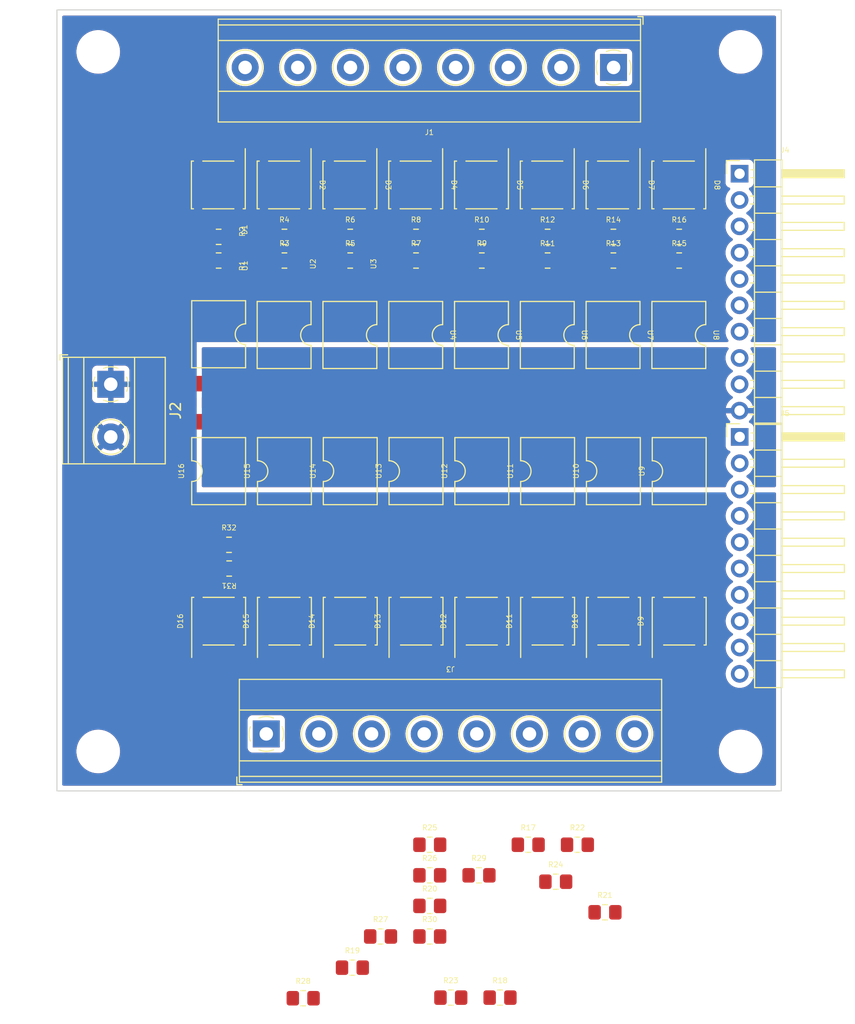
<source format=kicad_pcb>
(kicad_pcb (version 20211014) (generator pcbnew)
  (layers (0 "F.Cu" signal) (31 "B.Cu" signal) (34 "B.Paste" user) (35 "F.Paste" user) (36 "B.SilkS" user "B.Silkscreen") (37 "F.SilkS" user "F.Silkscreen") (38 "B.Mask" user) (39 "F.Mask" user) (44 "Edge.Cuts" user))
  (net 0 "")
  (net 1 "COM")
  (net 2 "+5V")
  (net 3 "track5")
  (net 4 "track6")
  (net 5 "track7")
  (net 6 "track8")
  (net 7 "track1")
  (net 8 "track2")
  (net 9 "track3")
  (net 10 "track4")
  (net 11 "track9")
  (net 12 "track10")
  (net 13 "track11")
  (net 14 "track12")
  (net 15 "track13")
  (net 16 "track14")
  (net 17 "track15")
  (net 18 "track16")
  (net 19 "GND")
  (net 20 "inp8")
  (net 21 "inp7")
  (net 22 "inp6")
  (net 23 "inp5")
  (net 24 "inp4")
  (net 25 "inp3")
  (net 26 "inp2")
  (net 27 "inp1")
  (net 28 "inp16")
  (net 29 "inp15")
  (net 30 "inp14")
  (net 31 "inp13")
  (net 32 "inp12")
  (net 33 "inp11")
  (net 34 "inp10")
  (net 35 "inp9")
  (net 36 "Net-(R1-Pad2)")
  (net 37 "Net-(R3-Pad2)")
  (net 38 "Net-(R5-Pad2)")
  (net 39 "Net-(R7-Pad2)")
  (net 40 "Net-(R9-Pad2)")
  (net 41 "Net-(R11-Pad2)")
  (net 42 "Net-(R13-Pad2)")
  (net 43 "Net-(R15-Pad2)")
  (net 44 "Net-(R17-Pad2)")
  (net 45 "Net-(R19-Pad2)")
  (net 46 "Net-(R21-Pad2)")
  (net 47 "Net-(R23-Pad2)")
  (net 48 "Net-(R25-Pad2)")
  (net 49 "Net-(R27-Pad2)")
  (net 50 "Net-(R29-Pad2)")
  (net 51 "Net-(R31-Pad2)")
  (net 52 "Net-(D9-Pad1)")
  (net 53 "Net-(D8-Pad1)")
  (net 54 "Net-(D7-Pad1)")
  (net 55 "Net-(D6-Pad1)")
  (net 56 "Net-(D5-Pad1)")
  (net 57 "Net-(D4-Pad1)")
  (net 58 "Net-(D3-Pad1)")
  (net 59 "Net-(D2-Pad1)")
  (net 60 "Net-(D16-Pad1)")
  (net 61 "Net-(D15-Pad1)")
  (net 62 "Net-(D14-Pad1)")
  (net 63 "Net-(D13-Pad1)")
  (net 64 "Net-(D12-Pad1)")
  (net 65 "Net-(D11-Pad1)")
  (net 66 "Net-(D10-Pad1)")
  (net 67 "Net-(D1-Pad1)")
  (footprint "Diode_SMD:Diode_Bridge_Diotec_ABS" (layer "F.Cu") (at 55.372 122.428 90)
    (fp_text reference "D11" (at 0 -3.7 90 unlocked) (layer "F.SilkS") (effects (font (size 0.5 0.5) (thickness 0.075))))
    (fp_text value "ABS2")
    (pad "1" smd rect (at -2.975 -2 90) (size 1 0.7) (layers "F.Cu" "F.Paste" "F.Mask") (net 65 "Net-(D11-Pad1)"))
    (pad "2" smd rect (at -2.975 2 90) (size 1 0.7) (layers "F.Cu" "F.Paste" "F.Mask") (net 65 "Net-(D11-Pad1)"))
    (pad "3" smd rect (at 2.975 2 90) (size 1 0.7) (layers "F.Cu" "F.Paste" "F.Mask") (net 13 "track11"))
    (pad "4" smd rect (at 2.975 -2 90) (size 1 0.7) (layers "F.Cu" "F.Paste" "F.Mask") (net 1 "COM"))
  )
  (footprint "Resistor_SMD:R_0805_2012Metric_Pad1.20x1.40mm_HandSolder" (layer "F.Cu") (at 39.25 152.85)
    (fp_text reference "R27" (at 0 -1.65 unlocked) (layer "F.SilkS") (effects (font (size 0.5 0.5) (thickness 0.075))))
    (fp_text value "47R")
    (pad "1" smd roundrect (at -1 0) (size 1.2 1.4) (layers "F.Cu" "F.Paste" "F.Mask") (roundrect_rratio 0.208333) (net 16 "track14"))
    (pad "2" smd roundrect (at 1 0) (size 1.2 1.4) (layers "F.Cu" "F.Paste" "F.Mask") (roundrect_rratio 0.208333) (net 49 "Net-(R27-Pad2)"))
  )
  (footprint "Resistor_SMD:R_0805_2012Metric_Pad1.20x1.40mm_HandSolder" (layer "F.Cu") (at 68.072 85.344)
    (fp_text reference "R16" (at 0 -1.65 unlocked) (layer "F.SilkS") (effects (font (size 0.5 0.5) (thickness 0.075))))
    (fp_text value "4k7")
    (pad "1" smd roundrect (at -1 0) (size 1.2 1.4) (layers "F.Cu" "F.Paste" "F.Mask") (roundrect_rratio 0.208333) (net 6 "track8"))
    (pad "2" smd roundrect (at 1 0) (size 1.2 1.4) (layers "F.Cu" "F.Paste" "F.Mask") (roundrect_rratio 0.208333) (net 1 "COM"))
  )
  (footprint "Resistor_SMD:R_0805_2012Metric_Pad1.20x1.40mm_HandSolder" (layer "F.Cu") (at 60.91 150.518)
    (fp_text reference "R21" (at 0 -1.65 unlocked) (layer "F.SilkS") (effects (font (size 0.5 0.5) (thickness 0.075))))
    (fp_text value "47R")
    (pad "1" smd roundrect (at -1 0) (size 1.2 1.4) (layers "F.Cu" "F.Paste" "F.Mask") (roundrect_rratio 0.208333) (net 13 "track11"))
    (pad "2" smd roundrect (at 1 0) (size 1.2 1.4) (layers "F.Cu" "F.Paste" "F.Mask") (roundrect_rratio 0.208333) (net 46 "Net-(R21-Pad2)"))
  )
  (footprint "Diode_SMD:Diode_Bridge_Diotec_ABS" (layer "F.Cu") (at 61.69 80.337 -90)
    (fp_text reference "D7" (at 0 -3.7 -90 unlocked) (layer "F.SilkS") (effects (font (size 0.5 0.5) (thickness 0.075))))
    (fp_text value "ABS2")
    (pad "1" smd rect (at -2.975 -2 270) (size 1 0.7) (layers "F.Cu" "F.Paste" "F.Mask") (net 54 "Net-(D7-Pad1)"))
    (pad "2" smd rect (at -2.975 2 270) (size 1 0.7) (layers "F.Cu" "F.Paste" "F.Mask") (net 54 "Net-(D7-Pad1)"))
    (pad "3" smd rect (at 2.975 2 270) (size 1 0.7) (layers "F.Cu" "F.Paste" "F.Mask") (net 5 "track7"))
    (pad "4" smd rect (at 2.975 -2 270) (size 1 0.7) (layers "F.Cu" "F.Paste" "F.Mask") (net 1 "COM"))
  )
  (footprint "Resistor_SMD:R_0805_2012Metric_Pad1.20x1.40mm_HandSolder" (layer "F.Cu") (at 44 144)
    (fp_text reference "R25" (at 0 -1.65 unlocked) (layer "F.SilkS") (effects (font (size 0.5 0.5) (thickness 0.075))))
    (fp_text value "47R")
    (pad "1" smd roundrect (at -1 0) (size 1.2 1.4) (layers "F.Cu" "F.Paste" "F.Mask") (roundrect_rratio 0.208333) (net 15 "track13"))
    (pad "2" smd roundrect (at 1 0) (size 1.2 1.4) (layers "F.Cu" "F.Paste" "F.Mask") (roundrect_rratio 0.208333) (net 48 "Net-(R25-Pad2)"))
  )
  (footprint "Resistor_SMD:R_0805_2012Metric_Pad1.20x1.40mm_HandSolder" (layer "F.Cu") (at 23.622 87.63)
    (fp_text reference "R1" (at 2.27 0.508 90 unlocked) (layer "F.SilkS") (effects (font (size 0.5 0.5) (thickness 0.075))))
    (fp_text value "47R")
    (pad "1" smd roundrect (at -1 0) (size 1.2 1.4) (layers "F.Cu" "F.Paste" "F.Mask") (roundrect_rratio 0.208333) (net 7 "track1"))
    (pad "2" smd roundrect (at 1 0) (size 1.2 1.4) (layers "F.Cu" "F.Paste" "F.Mask") (roundrect_rratio 0.208333) (net 36 "Net-(R1-Pad2)"))
  )
  (footprint "Diode_SMD:Diode_Bridge_Diotec_ABS" (layer "F.Cu") (at 36.29 80.337 -90)
    (fp_text reference "D3" (at 0 -3.7 -90 unlocked) (layer "F.SilkS") (effects (font (size 0.5 0.5) (thickness 0.075))))
    (fp_text value "ABS2")
    (pad "1" smd rect (at -2.975 -2 270) (size 1 0.7) (layers "F.Cu" "F.Paste" "F.Mask") (net 58 "Net-(D3-Pad1)"))
    (pad "2" smd rect (at -2.975 2 270) (size 1 0.7) (layers "F.Cu" "F.Paste" "F.Mask") (net 58 "Net-(D3-Pad1)"))
    (pad "3" smd rect (at 2.975 2 270) (size 1 0.7) (layers "F.Cu" "F.Paste" "F.Mask") (net 9 "track3"))
    (pad "4" smd rect (at 2.975 -2 270) (size 1 0.7) (layers "F.Cu" "F.Paste" "F.Mask") (net 1 "COM"))
  )
  (footprint "Resistor_SMD:R_0805_2012Metric_Pad1.20x1.40mm_HandSolder" (layer "F.Cu") (at 56.16 147.568)
    (fp_text reference "R24" (at 0 -1.65 unlocked) (layer "F.SilkS") (effects (font (size 0.5 0.5) (thickness 0.075))))
    (fp_text value "4k7")
    (pad "1" smd roundrect (at -1 0) (size 1.2 1.4) (layers "F.Cu" "F.Paste" "F.Mask") (roundrect_rratio 0.208333) (net 14 "track12"))
    (pad "2" smd roundrect (at 1 0) (size 1.2 1.4) (layers "F.Cu" "F.Paste" "F.Mask") (roundrect_rratio 0.208333) (net 1 "COM"))
  )
  (footprint "MountingHole:MountingHole_3.2mm_M3" (layer "F.Cu") (at 74 67.5)
    (fp_text reference "REF**" hide)
    (fp_text value "MountingHole_3.2mm_M3")
    (pad "" np_thru_hole circle (at 0 0) (size 3.2 3.2) (drill 3.2) (layers *.Cu *.Mask))
  )
  (footprint "Resistor_SMD:R_0805_2012Metric_Pad1.20x1.40mm_HandSolder" (layer "F.Cu") (at 31.78 158.81)
    (fp_text reference "R28" (at 0 -1.65 unlocked) (layer "F.SilkS") (effects (font (size 0.5 0.5) (thickness 0.075))))
    (fp_text value "4k7")
    (pad "1" smd roundrect (at -1 0) (size 1.2 1.4) (layers "F.Cu" "F.Paste" "F.Mask") (roundrect_rratio 0.208333) (net 16 "track14"))
    (pad "2" smd roundrect (at 1 0) (size 1.2 1.4) (layers "F.Cu" "F.Paste" "F.Mask") (roundrect_rratio 0.208333) (net 1 "COM"))
  )
  (footprint "Diode_SMD:Diode_Bridge_Diotec_ABS" (layer "F.Cu") (at 55.34 80.337 -90)
    (fp_text reference "D6" (at 0 -3.7 -90 unlocked) (layer "F.SilkS") (effects (font (size 0.5 0.5) (thickness 0.075))))
    (fp_text value "ABS2")
    (pad "1" smd rect (at -2.975 -2 270) (size 1 0.7) (layers "F.Cu" "F.Paste" "F.Mask") (net 55 "Net-(D6-Pad1)"))
    (pad "2" smd rect (at -2.975 2 270) (size 1 0.7) (layers "F.Cu" "F.Paste" "F.Mask") (net 55 "Net-(D6-Pad1)"))
    (pad "3" smd rect (at 2.975 2 270) (size 1 0.7) (layers "F.Cu" "F.Paste" "F.Mask") (net 4 "track6"))
    (pad "4" smd rect (at 2.975 -2 270) (size 1 0.7) (layers "F.Cu" "F.Paste" "F.Mask") (net 1 "COM"))
  )
  (footprint "Package_DIP:SMDIP-4_W9.53mm_Clearance8mm" (layer "F.Cu") (at 23.622 107.95 90)
    (fp_text reference "U16" (at 0 -3.6 90 unlocked) (layer "F.SilkS") (effects (font (size 0.5 0.5) (thickness 0.075))))
    (fp_text value "SFH6206-2T")
    (pad "1" smd rect (at -4.765 -1.27 90) (size 1.5 1.78) (layers "F.Cu" "F.Paste" "F.Mask") (net 51 "Net-(R31-Pad2)"))
    (pad "2" smd rect (at -4.765 1.27 90) (size 1.5 1.78) (layers "F.Cu" "F.Paste" "F.Mask") (net 1 "COM"))
    (pad "3" smd rect (at 4.765 1.27 90) (size 1.5 1.78) (layers "F.Cu" "F.Paste" "F.Mask") (net 19 "GND"))
    (pad "4" smd rect (at 4.765 -1.27 90) (size 1.5 1.78) (layers "F.Cu" "F.Paste" "F.Mask") (net 28 "inp16"))
  )
  (footprint "Diode_SMD:Diode_Bridge_Diotec_ABS" (layer "F.Cu") (at 48.99 80.337 -90)
    (fp_text reference "D5" (at 0 -3.7 -90 unlocked) (layer "F.SilkS") (effects (font (size 0.5 0.5) (thickness 0.075))))
    (fp_text value "ABS2")
    (pad "1" smd rect (at -2.975 -2 270) (size 1 0.7) (layers "F.Cu" "F.Paste" "F.Mask") (net 56 "Net-(D5-Pad1)"))
    (pad "2" smd rect (at -2.975 2 270) (size 1 0.7) (layers "F.Cu" "F.Paste" "F.Mask") (net 56 "Net-(D5-Pad1)"))
    (pad "3" smd rect (at 2.975 2 270) (size 1 0.7) (layers "F.Cu" "F.Paste" "F.Mask") (net 3 "track5"))
    (pad "4" smd rect (at 2.975 -2 270) (size 1 0.7) (layers "F.Cu" "F.Paste" "F.Mask") (net 1 "COM"))
  )
  (footprint "Connector_PinHeader_2.54mm:PinHeader_1x10_P2.54mm_Horizontal" (layer "F.Cu") (at 73.914 104.648)
    (fp_text reference "J5" (at 4.385 -2.27 unlocked) (layer "F.SilkS") (effects (font (size 0.5 0.5) (thickness 0.075))))
    (fp_text value "Conn_01x10_Male")
    (pad "1" thru_hole rect (at 0 0) (size 1.7 1.7) (drill 1) (layers *.Cu *.Mask) (net 2 "+5V"))
    (pad "2" thru_hole oval (at 0 2.54) (size 1.7 1.7) (drill 1) (layers *.Cu *.Mask) (net 35 "inp9"))
    (pad "3" thru_hole oval (at 0 5.08) (size 1.7 1.7) (drill 1) (layers *.Cu *.Mask) (net 34 "inp10"))
    (pad "4" thru_hole oval (at 0 7.62) (size 1.7 1.7) (drill 1) (layers *.Cu *.Mask) (net 33 "inp11"))
    (pad "5" thru_hole oval (at 0 10.16) (size 1.7 1.7) (drill 1) (layers *.Cu *.Mask) (net 32 "inp12"))
    (pad "6" thru_hole oval (at 0 12.7) (size 1.7 1.7) (drill 1) (layers *.Cu *.Mask) (net 31 "inp13"))
    (pad "7" thru_hole oval (at 0 15.24) (size 1.7 1.7) (drill 1) (layers *.Cu *.Mask) (net 30 "inp14"))
    (pad "8" thru_hole oval (at 0 17.78) (size 1.7 1.7) (drill 1) (layers *.Cu *.Mask) (net 29 "inp15"))
    (pad "9" thru_hole oval (at 0 20.32) (size 1.7 1.7) (drill 1) (layers *.Cu *.Mask) (net 28 "inp16"))
    (pad "10" thru_hole oval (at 0 22.86) (size 1.7 1.7) (drill 1) (layers *.Cu *.Mask) (net 19 "GND"))
  )
  (footprint "Diode_SMD:Diode_Bridge_Diotec_ABS" (layer "F.Cu") (at 68.072 122.428 90)
    (fp_text reference "D9" (at 0 -3.7 90 unlocked) (layer "F.SilkS") (effects (font (size 0.5 0.5) (thickness 0.075))))
    (fp_text value "ABS2")
    (pad "1" smd rect (at -2.975 -2 90) (size 1 0.7) (layers "F.Cu" "F.Paste" "F.Mask") (net 52 "Net-(D9-Pad1)"))
    (pad "2" smd rect (at -2.975 2 90) (size 1 0.7) (layers "F.Cu" "F.Paste" "F.Mask") (net 52 "Net-(D9-Pad1)"))
    (pad "3" smd rect (at 2.975 2 90) (size 1 0.7) (layers "F.Cu" "F.Paste" "F.Mask") (net 11 "track9"))
    (pad "4" smd rect (at 2.975 -2 90) (size 1 0.7) (layers "F.Cu" "F.Paste" "F.Mask") (net 1 "COM"))
  )
  (footprint "Diode_SMD:Diode_Bridge_Diotec_ABS" (layer "F.Cu") (at 42.64 80.337 -90)
    (fp_text reference "D4" (at 0 -3.7 -90 unlocked) (layer "F.SilkS") (effects (font (size 0.5 0.5) (thickness 0.075))))
    (fp_text value "ABS2")
    (pad "1" smd rect (at -2.975 -2 270) (size 1 0.7) (layers "F.Cu" "F.Paste" "F.Mask") (net 57 "Net-(D4-Pad1)"))
    (pad "2" smd rect (at -2.975 2 270) (size 1 0.7) (layers "F.Cu" "F.Paste" "F.Mask") (net 57 "Net-(D4-Pad1)"))
    (pad "3" smd rect (at 2.975 2 270) (size 1 0.7) (layers "F.Cu" "F.Paste" "F.Mask") (net 10 "track4"))
    (pad "4" smd rect (at 2.975 -2 270) (size 1 0.7) (layers "F.Cu" "F.Paste" "F.Mask") (net 1 "COM"))
  )
  (footprint "Connector_PinHeader_2.54mm:PinHeader_1x10_P2.54mm_Horizontal" (layer "F.Cu") (at 73.901 79.253)
    (fp_text reference "J4" (at 4.385 -2.27 unlocked) (layer "F.SilkS") (effects (font (size 0.5 0.5) (thickness 0.075))))
    (fp_text value "Conn_01x10_Male")
    (pad "1" thru_hole rect (at 0 0) (size 1.7 1.7) (drill 1) (layers *.Cu *.Mask) (net 2 "+5V"))
    (pad "2" thru_hole oval (at 0 2.54) (size 1.7 1.7) (drill 1) (layers *.Cu *.Mask) (net 27 "inp1"))
    (pad "3" thru_hole oval (at 0 5.08) (size 1.7 1.7) (drill 1) (layers *.Cu *.Mask) (net 26 "inp2"))
    (pad "4" thru_hole oval (at 0 7.62) (size 1.7 1.7) (drill 1) (layers *.Cu *.Mask) (net 25 "inp3"))
    (pad "5" thru_hole oval (at 0 10.16) (size 1.7 1.7) (drill 1) (layers *.Cu *.Mask) (net 24 "inp4"))
    (pad "6" thru_hole oval (at 0 12.7) (size 1.7 1.7) (drill 1) (layers *.Cu *.Mask) (net 23 "inp5"))
    (pad "7" thru_hole oval (at 0 15.24) (size 1.7 1.7) (drill 1) (layers *.Cu *.Mask) (net 22 "inp6"))
    (pad "8" thru_hole oval (at 0 17.78) (size 1.7 1.7) (drill 1) (layers *.Cu *.Mask) (net 21 "inp7"))
    (pad "9" thru_hole oval (at 0 20.32) (size 1.7 1.7) (drill 1) (layers *.Cu *.Mask) (net 20 "inp8"))
    (pad "10" thru_hole oval (at 0 22.86) (size 1.7 1.7) (drill 1) (layers *.Cu *.Mask) (net 19 "GND"))
  )
  (footprint "Package_DIP:SMDIP-4_W9.53mm_Clearance8mm" (layer "F.Cu") (at 61.69 94.815 -90)
    (fp_text reference "U7" (at 0 -3.6 -90 unlocked) (layer "F.SilkS") (effects (font (size 0.5 0.5) (thickness 0.075))))
    (fp_text value "SFH6206-2T")
    (pad "1" smd rect (at -4.765 -1.27 270) (size 1.5 1.78) (layers "F.Cu" "F.Paste" "F.Mask") (net 42 "Net-(R13-Pad2)"))
    (pad "2" smd rect (at -4.765 1.27 270) (size 1.5 1.78) (layers "F.Cu" "F.Paste" "F.Mask") (net 1 "COM"))
    (pad "3" smd rect (at 4.765 1.27 270) (size 1.5 1.78) (layers "F.Cu" "F.Paste" "F.Mask") (net 19 "GND"))
    (pad "4" smd rect (at 4.765 -1.27 270) (size 1.5 1.78) (layers "F.Cu" "F.Paste" "F.Mask") (net 21 "inp7"))
  )
  (footprint "Package_DIP:SMDIP-4_W9.53mm_Clearance8mm" (layer "F.Cu") (at 55.372 107.95 90)
    (fp_text reference "U11" (at 0 -3.6 90 unlocked) (layer "F.SilkS") (effects (font (size 0.5 0.5) (thickness 0.075))))
    (fp_text value "SFH6206-2T")
    (pad "1" smd rect (at -4.765 -1.27 90) (size 1.5 1.78) (layers "F.Cu" "F.Paste" "F.Mask") (net 46 "Net-(R21-Pad2)"))
    (pad "2" smd rect (at -4.765 1.27 90) (size 1.5 1.78) (layers "F.Cu" "F.Paste" "F.Mask") (net 1 "COM"))
    (pad "3" smd rect (at 4.765 1.27 90) (size 1.5 1.78) (layers "F.Cu" "F.Paste" "F.Mask") (net 19 "GND"))
    (pad "4" smd rect (at 4.765 -1.27 90) (size 1.5 1.78) (layers "F.Cu" "F.Paste" "F.Mask") (net 33 "inp11"))
  )
  (footprint "Package_DIP:SMDIP-4_W9.53mm_Clearance8mm" (layer "F.Cu") (at 29.972 107.95 90)
    (fp_text reference "U15" (at 0 -3.6 90 unlocked) (layer "F.SilkS") (effects (font (size 0.5 0.5) (thickness 0.075))))
    (fp_text value "SFH6206-2T")
    (pad "1" smd rect (at -4.765 -1.27 90) (size 1.5 1.78) (layers "F.Cu" "F.Paste" "F.Mask") (net 50 "Net-(R29-Pad2)"))
    (pad "2" smd rect (at -4.765 1.27 90) (size 1.5 1.78) (layers "F.Cu" "F.Paste" "F.Mask") (net 1 "COM"))
    (pad "3" smd rect (at 4.765 1.27 90) (size 1.5 1.78) (layers "F.Cu" "F.Paste" "F.Mask") (net 19 "GND"))
    (pad "4" smd rect (at 4.765 -1.27 90) (size 1.5 1.78) (layers "F.Cu" "F.Paste" "F.Mask") (net 29 "inp15"))
  )
  (footprint "Package_DIP:SMDIP-4_W9.53mm_Clearance8mm" (layer "F.Cu") (at 55.34 94.815 -90)
    (fp_text reference "U6" (at 0 -3.6 -90 unlocked) (layer "F.SilkS") (effects (font (size 0.5 0.5) (thickness 0.075))))
    (fp_text value "SFH6206-2T")
    (pad "1" smd rect (at -4.765 -1.27 270) (size 1.5 1.78) (layers "F.Cu" "F.Paste" "F.Mask") (net 41 "Net-(R11-Pad2)"))
    (pad "2" smd rect (at -4.765 1.27 270) (size 1.5 1.78) (layers "F.Cu" "F.Paste" "F.Mask") (net 1 "COM"))
    (pad "3" smd rect (at 4.765 1.27 270) (size 1.5 1.78) (layers "F.Cu" "F.Paste" "F.Mask") (net 19 "GND"))
    (pad "4" smd rect (at 4.765 -1.27 270) (size 1.5 1.78) (layers "F.Cu" "F.Paste" "F.Mask") (net 22 "inp6"))
  )
  (footprint "Diode_SMD:Diode_Bridge_Diotec_ABS" (layer "F.Cu") (at 36.322 122.428 90)
    (fp_text reference "D14" (at 0 -3.7 90 unlocked) (layer "F.SilkS") (effects (font (size 0.5 0.5) (thickness 0.075))))
    (fp_text value "ABS2")
    (pad "1" smd rect (at -2.975 -2 90) (size 1 0.7) (layers "F.Cu" "F.Paste" "F.Mask") (net 62 "Net-(D14-Pad1)"))
    (pad "2" smd rect (at -2.975 2 90) (size 1 0.7) (layers "F.Cu" "F.Paste" "F.Mask") (net 62 "Net-(D14-Pad1)"))
    (pad "3" smd rect (at 2.975 2 90) (size 1 0.7) (layers "F.Cu" "F.Paste" "F.Mask") (net 16 "track14"))
    (pad "4" smd rect (at 2.975 -2 90) (size 1 0.7) (layers "F.Cu" "F.Paste" "F.Mask") (net 1 "COM"))
  )
  (footprint "Diode_SMD:Diode_Bridge_Diotec_ABS" (layer "F.Cu") (at 29.94 80.337 -90)
    (fp_text reference "D2" (at 0 -3.7 -90 unlocked) (layer "F.SilkS") (effects (font (size 0.5 0.5) (thickness 0.075))))
    (fp_text value "ABS2")
    (pad "1" smd rect (at -2.975 -2 270) (size 1 0.7) (layers "F.Cu" "F.Paste" "F.Mask") (net 59 "Net-(D2-Pad1)"))
    (pad "2" smd rect (at -2.975 2 270) (size 1 0.7) (layers "F.Cu" "F.Paste" "F.Mask") (net 59 "Net-(D2-Pad1)"))
    (pad "3" smd rect (at 2.975 2 270) (size 1 0.7) (layers "F.Cu" "F.Paste" "F.Mask") (net 8 "track2"))
    (pad "4" smd rect (at 2.975 -2 270) (size 1 0.7) (layers "F.Cu" "F.Paste" "F.Mask") (net 1 "COM"))
  )
  (footprint "Resistor_SMD:R_0805_2012Metric_Pad1.20x1.40mm_HandSolder" (layer "F.Cu") (at 42.672 87.63)
    (fp_text reference "R7" (at 0 -1.65 unlocked) (layer "F.SilkS") (effects (font (size 0.5 0.5) (thickness 0.075))))
    (fp_text value "47R")
    (pad "1" smd roundrect (at -1 0) (size 1.2 1.4) (layers "F.Cu" "F.Paste" "F.Mask") (roundrect_rratio 0.208333) (net 10 "track4"))
    (pad "2" smd roundrect (at 1 0) (size 1.2 1.4) (layers "F.Cu" "F.Paste" "F.Mask") (roundrect_rratio 0.208333) (net 39 "Net-(R7-Pad2)"))
  )
  (footprint "Resistor_SMD:R_0805_2012Metric_Pad1.20x1.40mm_HandSolder" (layer "F.Cu") (at 23.622 85.344)
    (fp_text reference "R2" (at 2.286 -0.508 90 unlocked) (layer "F.SilkS") (effects (font (size 0.5 0.5) (thickness 0.075))))
    (fp_text value "4k7")
    (pad "1" smd roundrect (at -1 0) (size 1.2 1.4) (layers "F.Cu" "F.Paste" "F.Mask") (roundrect_rratio 0.208333) (net 7 "track1"))
    (pad "2" smd roundrect (at 1 0) (size 1.2 1.4) (layers "F.Cu" "F.Paste" "F.Mask") (roundrect_rratio 0.208333) (net 1 "COM"))
  )
  (footprint "TerminalBlock_Phoenix:TerminalBlock_Phoenix_MKDS-1,5-2-5.08_1x02_P5.08mm_Horizontal" (layer "F.Cu") (at 13.208 99.568 -90)
    (fp_text reference "J2" (at 2.54 -6.26 90) (layer "F.SilkS"))
    (fp_text value "Screw_Terminal_01x02")
    (pad "1" thru_hole rect (at 0 0 270) (size 2.6 2.6) (drill 1.3) (layers *.Cu *.Mask) (net 1 "COM"))
    (pad "2" thru_hole circle (at 5.08 0 270) (size 2.6 2.6) (drill 1.3) (layers *.Cu *.Mask) (net 1 "COM"))
  )
  (footprint "Resistor_SMD:R_0805_2012Metric_Pad1.20x1.40mm_HandSolder" (layer "F.Cu") (at 42.672 85.344)
    (fp_text reference "R8" (at 0 -1.65 unlocked) (layer "F.SilkS") (effects (font (size 0.5 0.5) (thickness 0.075))))
    (fp_text value "4k7")
    (pad "1" smd roundrect (at -1 0) (size 1.2 1.4) (layers "F.Cu" "F.Paste" "F.Mask") (roundrect_rratio 0.208333) (net 10 "track4"))
    (pad "2" smd roundrect (at 1 0) (size 1.2 1.4) (layers "F.Cu" "F.Paste" "F.Mask") (roundrect_rratio 0.208333) (net 1 "COM"))
  )
  (footprint "Resistor_SMD:R_0805_2012Metric_Pad1.20x1.40mm_HandSolder" (layer "F.Cu") (at 24.638 117.348 180)
    (fp_text reference "R31" (at 0 -1.65 180 unlocked) (layer "F.SilkS") (effects (font (size 0.5 0.5) (thickness 0.075))))
    (fp_text value "47R")
    (pad "1" smd roundrect (at -1 0 180) (size 1.2 1.4) (layers "F.Cu" "F.Paste" "F.Mask") (roundrect_rratio 0.208333) (net 18 "track16"))
    (pad "2" smd roundrect (at 1 0 180) (size 1.2 1.4) (layers "F.Cu" "F.Paste" "F.Mask") (roundrect_rratio 0.208333) (net 51 "Net-(R31-Pad2)"))
  )
  (footprint "Resistor_SMD:R_0805_2012Metric_Pad1.20x1.40mm_HandSolder" (layer "F.Cu") (at 68.072 87.63)
    (fp_text reference "R15" (at 0 -1.65 unlocked) (layer "F.SilkS") (effects (font (size 0.5 0.5) (thickness 0.075))))
    (fp_text value "47R")
    (pad "1" smd roundrect (at -1 0) (size 1.2 1.4) (layers "F.Cu" "F.Paste" "F.Mask") (roundrect_rratio 0.208333) (net 6 "track8"))
    (pad "2" smd roundrect (at 1 0) (size 1.2 1.4) (layers "F.Cu" "F.Paste" "F.Mask") (roundrect_rratio 0.208333) (net 43 "Net-(R15-Pad2)"))
  )
  (footprint "Resistor_SMD:R_0805_2012Metric_Pad1.20x1.40mm_HandSolder" (layer "F.Cu") (at 36.53 155.86)
    (fp_text reference "R19" (at 0 -1.65 unlocked) (layer "F.SilkS") (effects (font (size 0.5 0.5) (thickness 0.075))))
    (fp_text value "47R")
    (pad "1" smd roundrect (at -1 0) (size 1.2 1.4) (layers "F.Cu" "F.Paste" "F.Mask") (roundrect_rratio 0.208333) (net 12 "track10"))
    (pad "2" smd roundrect (at 1 0) (size 1.2 1.4) (layers "F.Cu" "F.Paste" "F.Mask") (roundrect_rratio 0.208333) (net 45 "Net-(R19-Pad2)"))
  )
  (footprint "Resistor_SMD:R_0805_2012Metric_Pad1.20x1.40mm_HandSolder" (layer "F.Cu") (at 48.75 146.95)
    (fp_text reference "R29" (at 0 -1.65 unlocked) (layer "F.SilkS") (effects (font (size 0.5 0.5) (thickness 0.075))))
    (fp_text value "47R")
    (pad "1" smd roundrect (at -1 0) (size 1.2 1.4) (layers "F.Cu" "F.Paste" "F.Mask") (roundrect_rratio 0.208333) (net 17 "track15"))
    (pad "2" smd roundrect (at 1 0) (size 1.2 1.4) (layers "F.Cu" "F.Paste" "F.Mask") (roundrect_rratio 0.208333) (net 50 "Net-(R29-Pad2)"))
  )
  (footprint "Diode_SMD:Diode_Bridge_Diotec_ABS" (layer "F.Cu") (at 23.622 122.428 90)
    (fp_text reference "D16" (at 0 -3.7 90 unlocked) (layer "F.SilkS") (effects (font (size 0.5 0.5) (thickness 0.075))))
    (fp_text value "ABS2")
    (pad "1" smd rect (at -2.975 -2 90) (size 1 0.7) (layers "F.Cu" "F.Paste" "F.Mask") (net 60 "Net-(D16-Pad1)"))
    (pad "2" smd rect (at -2.975 2 90) (size 1 0.7) (layers "F.Cu" "F.Paste" "F.Mask") (net 60 "Net-(D16-Pad1)"))
    (pad "3" smd rect (at 2.975 2 90) (size 1 0.7) (layers "F.Cu" "F.Paste" "F.Mask") (net 18 "track16"))
    (pad "4" smd rect (at 2.975 -2 90) (size 1 0.7) (layers "F.Cu" "F.Paste" "F.Mask") (net 1 "COM"))
  )
  (footprint "Package_DIP:SMDIP-4_W9.53mm_Clearance8mm" (layer "F.Cu") (at 42.672 107.95 90)
    (fp_text reference "U13" (at 0 -3.6 90 unlocked) (layer "F.SilkS") (effects (font (size 0.5 0.5) (thickness 0.075))))
    (fp_text value "SFH6206-2T")
    (pad "1" smd rect (at -4.765 -1.27 90) (size 1.5 1.78) (layers "F.Cu" "F.Paste" "F.Mask") (net 48 "Net-(R25-Pad2)"))
    (pad "2" smd rect (at -4.765 1.27 90) (size 1.5 1.78) (layers "F.Cu" "F.Paste" "F.Mask") (net 1 "COM"))
    (pad "3" smd rect (at 4.765 1.27 90) (size 1.5 1.78) (layers "F.Cu" "F.Paste" "F.Mask") (net 19 "GND"))
    (pad "4" smd rect (at 4.765 -1.27 90) (size 1.5 1.78) (layers "F.Cu" "F.Paste" "F.Mask") (net 31 "inp13"))
  )
  (footprint "Resistor_SMD:R_0805_2012Metric_Pad1.20x1.40mm_HandSolder" (layer "F.Cu") (at 53.5 144)
    (fp_text reference "R17" (at 0 -1.65 unlocked) (layer "F.SilkS") (effects (font (size 0.5 0.5) (thickness 0.075))))
    (fp_text value "47R")
    (pad "1" smd roundrect (at -1 0) (size 1.2 1.4) (layers "F.Cu" "F.Paste" "F.Mask") (roundrect_rratio 0.208333) (net 11 "track9"))
    (pad "2" smd roundrect (at 1 0) (size 1.2 1.4) (layers "F.Cu" "F.Paste" "F.Mask") (roundrect_rratio 0.208333) (net 44 "Net-(R17-Pad2)"))
  )
  (footprint "Package_DIP:SMDIP-4_W9.53mm_Clearance8mm" (layer "F.Cu") (at 68.04 94.815 -90)
    (fp_text reference "U8" (at 0 -3.6 -90 unlocked) (layer "F.SilkS") (effects (font (size 0.5 0.5) (thickness 0.075))))
    (fp_text value "SFH6206-2T")
    (pad "1" smd rect (at -4.765 -1.27 270) (size 1.5 1.78) (layers "F.Cu" "F.Paste" "F.Mask") (net 43 "Net-(R15-Pad2)"))
    (pad "2" smd rect (at -4.765 1.27 270) (size 1.5 1.78) (layers "F.Cu" "F.Paste" "F.Mask") (net 1 "COM"))
    (pad "3" smd rect (at 4.765 1.27 270) (size 1.5 1.78) (layers "F.Cu" "F.Paste" "F.Mask") (net 19 "GND"))
    (pad "4" smd rect (at 4.765 -1.27 270) (size 1.5 1.78) (layers "F.Cu" "F.Paste" "F.Mask") (net 20 "inp8"))
  )
  (footprint "Package_DIP:SMDIP-4_W9.53mm_Clearance8mm" (layer "F.Cu") (at 36.322 107.95 90)
    (fp_text reference "U14" (at 0 -3.6 90 unlocked) (layer "F.SilkS") (effects (font (size 0.5 0.5) (thickness 0.075))))
    (fp_text value "SFH6206-2T")
    (pad "1" smd rect (at -4.765 -1.27 90) (size 1.5 1.78) (layers "F.Cu" "F.Paste" "F.Mask") (net 49 "Net-(R27-Pad2)"))
    (pad "2" smd rect (at -4.765 1.27 90) (size 1.5 1.78) (layers "F.Cu" "F.Paste" "F.Mask") (net 1 "COM"))
    (pad "3" smd rect (at 4.765 1.27 90) (size 1.5 1.78) (layers "F.Cu" "F.Paste" "F.Mask") (net 19 "GND"))
    (pad "4" smd rect (at 4.765 -1.27 90) (size 1.5 1.78) (layers "F.Cu" "F.Paste" "F.Mask") (net 30 "inp14"))
  )
  (footprint "Diode_SMD:Diode_Bridge_Diotec_ABS" (layer "F.Cu") (at 68.04 80.337 -90)
    (fp_text reference "D8" (at 0 -3.7 -90 unlocked) (layer "F.SilkS") (effects (font (size 0.5 0.5) (thickness 0.075))))
    (fp_text value "ABS2")
    (pad "1" smd rect (at -2.975 -2 270) (size 1 0.7) (layers "F.Cu" "F.Paste" "F.Mask") (net 53 "Net-(D8-Pad1)"))
    (pad "2" smd rect (at -2.975 2 270) (size 1 0.7) (layers "F.Cu" "F.Paste" "F.Mask") (net 53 "Net-(D8-Pad1)"))
    (pad "3" smd rect (at 2.975 2 270) (size 1 0.7) (layers "F.Cu" "F.Paste" "F.Mask") (net 6 "track8"))
    (pad "4" smd rect (at 2.975 -2 270) (size 1 0.7) (layers "F.Cu" "F.Paste" "F.Mask") (net 1 "COM"))
  )
  (footprint "Package_DIP:SMDIP-4_W9.53mm_Clearance8mm" (layer "F.Cu") (at 48.99 94.815 -90)
    (fp_text reference "U5" (at 0 -3.6 -90 unlocked) (layer "F.SilkS") (effects (font (size 0.5 0.5) (thickness 0.075))))
    (fp_text value "SFH6206-2T")
    (pad "1" smd rect (at -4.765 -1.27 270) (size 1.5 1.78) (layers "F.Cu" "F.Paste" "F.Mask") (net 40 "Net-(R9-Pad2)"))
    (pad "2" smd rect (at -4.765 1.27 270) (size 1.5 1.78) (layers "F.Cu" "F.Paste" "F.Mask") (net 1 "COM"))
    (pad "3" smd rect (at 4.765 1.27 270) (size 1.5 1.78) (layers "F.Cu" "F.Paste" "F.Mask") (net 19 "GND"))
    (pad "4" smd rect (at 4.765 -1.27 270) (size 1.5 1.78) (layers "F.Cu" "F.Paste" "F.Mask") (net 23 "inp5"))
  )
  (footprint "MountingHole:MountingHole_3.2mm_M3" (layer "F.Cu") (at 74 135)
    (fp_text reference "REF**" hide)
    (fp_text value "MountingHole_3.2mm_M3")
    (pad "" np_thru_hole circle (at 0 0) (size 3.2 3.2) (drill 3.2) (layers F&B.Cu *.Mask))
  )
  (footprint "Resistor_SMD:R_0805_2012Metric_Pad1.20x1.40mm_HandSolder" (layer "F.Cu") (at 36.322 87.63)
    (fp_text reference "R5" (at 0 -1.65 unlocked) (layer "F.SilkS") (effects (font (size 0.5 0.5) (thickness 0.075))))
    (fp_text value "47R")
    (pad "1" smd roundrect (at -1 0) (size 1.2 1.4) (layers "F.Cu" "F.Paste" "F.Mask") (roundrect_rratio 0.208333) (net 9 "track3"))
    (pad "2" smd roundrect (at 1 0) (size 1.2 1.4) (layers "F.Cu" "F.Paste" "F.Mask") (roundrect_rratio 0.208333) (net 38 "Net-(R5-Pad2)"))
  )
  (footprint "Diode_SMD:Diode_Bridge_Diotec_ABS" (layer "F.Cu") (at 42.672 122.428 90)
    (fp_text reference "D13" (at 0 -3.7 90 unlocked) (layer "F.SilkS") (effects (font (size 0.5 0.5) (thickness 0.075))))
    (fp_text value "ABS2")
    (pad "1" smd rect (at -2.975 -2 90) (size 1 0.7) (layers "F.Cu" "F.Paste" "F.Mask") (net 63 "Net-(D13-Pad1)"))
    (pad "2" smd rect (at -2.975 2 90) (size 1 0.7) (layers "F.Cu" "F.Paste" "F.Mask") (net 63 "Net-(D13-Pad1)"))
    (pad "3" smd rect (at 2.975 2 90) (size 1 0.7) (layers "F.Cu" "F.Paste" "F.Mask") (net 15 "track13"))
    (pad "4" smd rect (at 2.975 -2 90) (size 1 0.7) (layers "F.Cu" "F.Paste" "F.Mask") (net 1 "COM"))
  )
  (footprint "Resistor_SMD:R_0805_2012Metric_Pad1.20x1.40mm_HandSolder" (layer "F.Cu") (at 46.03 158.75)
    (fp_text reference "R23" (at 0 -1.65 unlocked) (layer "F.SilkS") (effects (font (size 0.5 0.5) (thickness 0.075))))
    (fp_text value "47R")
    (pad "1" smd roundrect (at -1 0) (size 1.2 1.4) (layers "F.Cu" "F.Paste" "F.Mask") (roundrect_rratio 0.208333) (net 14 "track12"))
    (pad "2" smd roundrect (at 1 0) (size 1.2 1.4) (layers "F.Cu" "F.Paste" "F.Mask") (roundrect_rratio 0.208333) (net 47 "Net-(R23-Pad2)"))
  )
  (footprint "TerminalBlock_Phoenix:TerminalBlock_Phoenix_MKDS-1,5-8-5.08_1x08_P5.08mm_Horizontal" (layer "F.Cu") (at 28.22 133.305)
    (fp_text reference "J3" (at 17.78 -6.26 -180 unlocked) (layer "F.SilkS") (effects (font (size 0.5 0.5) (thickness 0.075))))
    (fp_text value "Screw_Terminal_01x08")
    (pad "1" thru_hole rect locked (at 0 0) (size 2.6 2.6) (drill 1.3) (layers *.Cu *.Mask) (net 18 "track16"))
    (pad "2" thru_hole circle locked (at 5.08 0) (size 2.6 2.6) (drill 1.3) (layers *.Cu *.Mask) (net 17 "track15"))
    (pad "3" thru_hole circle locked (at 10.16 0) (size 2.6 2.6) (drill 1.3) (layers *.Cu *.Mask) (net 16 "track14"))
    (pad "4" thru_hole circle locked (at 15.24 0) (size 2.6 2.6) (drill 1.3) (layers *.Cu *.Mask) (net 15 "track13"))
    (pad "5" thru_hole circle locked (at 20.32 0) (size 2.6 2.6) (drill 1.3) (layers *.Cu *.Mask) (net 14 "track12"))
    (pad "6" thru_hole circle locked (at 25.4 0) (size 2.6 2.6) (drill 1.3) (layers *.Cu *.Mask) (net 13 "track11"))
    (pad "7" thru_hole circle locked (at 30.48 0) (size 2.6 2.6) (drill 1.3) (layers *.Cu *.Mask) (net 12 "track10"))
    (pad "8" thru_hole circle locked (at 35.56 0) (size 2.6 2.6) (drill 1.3) (layers *.Cu *.Mask) (net 11 "track9"))
  )
  (footprint "Resistor_SMD:R_0805_2012Metric_Pad1.20x1.40mm_HandSolder" (layer "F.Cu") (at 44 149.9)
    (fp_text reference "R20" (at 0 -1.65 unlocked) (layer "F.SilkS") (effects (font (size 0.5 0.5) (thickness 0.075))))
    (fp_text value "4k7")
    (pad "1" smd roundrect (at -1 0) (size 1.2 1.4) (layers "F.Cu" "F.Paste" "F.Mask") (roundrect_rratio 0.208333) (net 12 "track10"))
    (pad "2" smd roundrect (at 1 0) (size 1.2 1.4) (layers "F.Cu" "F.Paste" "F.Mask") (roundrect_rratio 0.208333) (net 1 "COM"))
  )
  (footprint "Package_DIP:SMDIP-4_W9.53mm_Clearance8mm" (layer "F.Cu") (at 36.29 94.815 -90)
    (fp_text reference "U3" (at -6.858 -2.286 90 unlocked) (layer "F.SilkS") (effects (font (size 0.5 0.5) (thickness 0.075))))
    (fp_text value "SFH6206-2T")
    (pad "1" smd rect (at -4.765 -1.27 270) (size 1.5 1.78) (layers "F.Cu" "F.Paste" "F.Mask") (net 38 "Net-(R5-Pad2)"))
    (pad "2" smd rect (at -4.765 1.27 270) (size 1.5 1.78) (layers "F.Cu" "F.Paste" "F.Mask") (net 1 "COM"))
    (pad "3" smd rect (at 4.765 1.27 270) (size 1.5 1.78) (layers "F.Cu" "F.Paste" "F.Mask") (net 19 "GND"))
    (pad "4" smd rect (at 4.765 -1.27 270) (size 1.5 1.78) (layers "F.Cu" "F.Paste" "F.Mask") (net 25 "inp3"))
  )
  (footprint "Resistor_SMD:R_0805_2012Metric_Pad1.20x1.40mm_HandSolder" (layer "F.Cu") (at 29.972 85.344)
    (fp_text reference "R4" (at 0 -1.65 unlocked) (layer "F.SilkS") (effects (font (size 0.5 0.5) (thickness 0.075))))
    (fp_text value "4k7")
    (pad "1" smd roundrect (at -1 0) (size 1.2 1.4) (layers "F.Cu" "F.Paste" "F.Mask") (roundrect_rratio 0.208333) (net 8 "track2"))
    (pad "2" smd roundrect (at 1 0) (size 1.2 1.4) (layers "F.Cu" "F.Paste" "F.Mask") (roundrect_rratio 0.208333) (net 1 "COM"))
  )
  (footprint "Package_DIP:SMDIP-4_W9.53mm_Clearance8mm" (layer "F.Cu") (at 29.94 94.815 -90)
    (fp_text reference "U2" (at -6.858 -2.794 90 unlocked) (layer "F.SilkS") (effects (font (size 0.5 0.5) (thickness 0.075))))
    (fp_text value "SFH6206-2T")
    (pad "1" smd rect (at -4.765 -1.27 270) (size 1.5 1.78) (layers "F.Cu" "F.Paste" "F.Mask") (net 37 "Net-(R3-Pad2)"))
    (pad "2" smd rect (at -4.765 1.27 270) (size 1.5 1.78) (layers "F.Cu" "F.Paste" "F.Mask") (net 1 "COM"))
    (pad "3" smd rect (at 4.765 1.27 270) (size 1.5 1.78) (layers "F.Cu" "F.Paste" "F.Mask") (net 19 "GND"))
    (pad "4" smd rect (at 4.765 -1.27 270) (size 1.5 1.78) (layers "F.Cu" "F.Paste" "F.Mask") (net 26 "inp2"))
  )
  (footprint "Resistor_SMD:R_0805_2012Metric_Pad1.20x1.40mm_HandSolder" (layer "F.Cu") (at 44 152.85)
    (fp_text reference "R30" (at 0 -1.65 unlocked) (layer "F.SilkS") (effects (font (size 0.5 0.5) (thickness 0.075))))
    (fp_text value "4k7")
    (pad "1" smd roundrect (at -1 0) (size 1.2 1.4) (layers "F.Cu" "F.Paste" "F.Mask") (roundrect_rratio 0.208333) (net 17 "track15"))
    (pad "2" smd roundrect (at 1 0) (size 1.2 1.4) (layers "F.Cu" "F.Paste" "F.Mask") (roundrect_rratio 0.208333) (net 1 "COM"))
  )
  (footprint "Diode_SMD:Diode_Bridge_Diotec_ABS" (layer "F.Cu") (at 29.972 122.428 90)
    (fp_text reference "D15" (at 0 -3.7 90 unlocked) (layer "F.SilkS") (effects (font (size 0.5 0.5) (thickness 0.075))))
    (fp_text value "ABS2")
    (pad "1" smd rect (at -2.975 -2 90) (size 1 0.7) (layers "F.Cu" "F.Paste" "F.Mask") (net 61 "Net-(D15-Pad1)"))
    (pad "2" smd rect (at -2.975 2 90) (size 1 0.7) (layers "F.Cu" "F.Paste" "F.Mask") (net 61 "Net-(D15-Pad1)"))
    (pad "3" smd rect (at 2.975 2 90) (size 1 0.7) (layers "F.Cu" "F.Paste" "F.Mask") (net 17 "track15"))
    (pad "4" smd rect (at 2.975 -2 90) (size 1 0.7) (layers "F.Cu" "F.Paste" "F.Mask") (net 1 "COM"))
  )
  (footprint "Resistor_SMD:R_0805_2012Metric_Pad1.20x1.40mm_HandSolder" (layer "F.Cu") (at 49.022 87.63)
    (fp_text reference "R9" (at 0 -1.65 unlocked) (layer "F.SilkS") (effects (font (size 0.5 0.5) (thickness 0.075))))
    (fp_text value "47R")
    (pad "1" smd roundrect (at -1 0) (size 1.2 1.4) (layers "F.Cu" "F.Paste" "F.Mask") (roundrect_rratio 0.208333) (net 3 "track5"))
    (pad "2" smd roundrect (at 1 0) (size 1.2 1.4) (layers "F.Cu" "F.Paste" "F.Mask") (roundrect_rratio 0.208333) (net 40 "Net-(R9-Pad2)"))
  )
  (footprint "Resistor_SMD:R_0805_2012Metric_Pad1.20x1.40mm_HandSolder" (layer "F.Cu") (at 44 146.95)
    (fp_text reference "R26" (at 0 -1.65 unlocked) (layer "F.SilkS") (effects (font (size 0.5 0.5) (thickness 0.075))))
    (fp_text value "4k7")
    (pad "1" smd roundrect (at -1 0) (size 1.2 1.4) (layers "F.Cu" "F.Paste" "F.Mask") (roundrect_rratio 0.208333) (net 15 "track13"))
    (pad "2" smd roundrect (at 1 0) (size 1.2 1.4) (layers "F.Cu" "F.Paste" "F.Mask") (roundrect_rratio 0.208333) (net 1 "COM"))
  )
  (footprint "Diode_SMD:Diode_Bridge_Diotec_ABS" (layer "F.Cu") (at 23.59 80.337 -90)
    (fp_text reference "D1" (at 4.318 -2.54 -270 unlocked) (layer "F.SilkS") (effects (font (size 0.5 0.5) (thickness 0.075))))
    (fp_text value "ABS2")
    (pad "1" smd rect (at -2.975 -2 270) (size 1 0.7) (layers "F.Cu" "F.Paste" "F.Mask") (net 67 "Net-(D1-Pad1)"))
    (pad "2" smd rect (at -2.975 2 270) (size 1 0.7) (layers "F.Cu" "F.Paste" "F.Mask") (net 67 "Net-(D1-Pad1)"))
    (pad "3" smd rect (at 2.975 2 270) (size 1 0.7) (layers "F.Cu" "F.Paste" "F.Mask") (net 7 "track1"))
    (pad "4" smd rect (at 2.975 -2 270) (size 1 0.7) (layers "F.Cu" "F.Paste" "F.Mask") (net 1 "COM"))
  )
  (footprint "Resistor_SMD:R_0805_2012Metric_Pad1.20x1.40mm_HandSolder" (layer "F.Cu") (at 61.722 87.63)
    (fp_text reference "R13" (at 0 -1.65 unlocked) (layer "F.SilkS") (effects (font (size 0.5 0.5) (thickness 0.075))))
    (fp_text value "47R")
    (pad "1" smd roundrect (at -1 0) (size 1.2 1.4) (layers "F.Cu" "F.Paste" "F.Mask") (roundrect_rratio 0.208333) (net 5 "track7"))
    (pad "2" smd roundrect (at 1 0) (size 1.2 1.4) (layers "F.Cu" "F.Paste" "F.Mask") (roundrect_rratio 0.208333) (net 42 "Net-(R13-Pad2)"))
  )
  (footprint "Resistor_SMD:R_0805_2012Metric_Pad1.20x1.40mm_HandSolder" (layer "F.Cu") (at 61.722 85.344)
    (fp_text reference "R14" (at 0 -1.65 unlocked) (layer "F.SilkS") (effects (font (size 0.5 0.5) (thickness 0.075))))
    (fp_text value "4k7")
    (pad "1" smd roundrect (at -1 0) (size 1.2 1.4) (layers "F.Cu" "F.Paste" "F.Mask") (roundrect_rratio 0.208333) (net 5 "track7"))
    (pad "2" smd roundrect (at 1 0) (size 1.2 1.4) (layers "F.Cu" "F.Paste" "F.Mask") (roundrect_rratio 0.208333) (net 1 "COM"))
  )
  (footprint "Resistor_SMD:R_0805_2012Metric_Pad1.20x1.40mm_HandSolder" (layer "F.Cu") (at 49.022 85.344)
    (fp_text reference "R10" (at 0 -1.65 unlocked) (layer "F.SilkS") (effects (font (size 0.5 0.5) (thickness 0.075))))
    (fp_text value "4k7")
    (pad "1" smd roundrect (at -1 0) (size 1.2 1.4) (layers "F.Cu" "F.Paste" "F.Mask") (roundrect_rratio 0.208333) (net 3 "track5"))
    (pad "2" smd roundrect (at 1 0) (size 1.2 1.4) (layers "F.Cu" "F.Paste" "F.Mask") (roundrect_rratio 0.208333) (net 1 "COM"))
  )
  (footprint "Package_DIP:SMDIP-4_W9.53mm_Clearance8mm" (layer "F.Cu") (at 42.64 94.815 -90)
    (fp_text reference "U4" (at 0 -3.6 -90 unlocked) (layer "F.SilkS") (effects (font (size 0.5 0.5) (thickness 0.075))))
    (fp_text value "SFH6206-2T")
    (pad "1" smd rect (at -4.765 -1.27 270) (size 1.5 1.78) (layers "F.Cu" "F.Paste" "F.Mask") (net 39 "Net-(R7-Pad2)"))
    (pad "2" smd rect (at -4.765 1.27 270) (size 1.5 1.78) (layers "F.Cu" "F.Paste" "F.Mask") (net 1 "COM"))
    (pad "3" smd rect (at 4.765 1.27 270) (size 1.5 1.78) (layers "F.Cu" "F.Paste" "F.Mask") (net 19 "GND"))
    (pad "4" smd rect (at 4.765 -1.27 270) (size 1.5 1.78) (layers "F.Cu" "F.Paste" "F.Mask") (net 24 "inp4"))
  )
  (footprint "Resistor_SMD:R_0805_2012Metric_Pad1.20x1.40mm_HandSolder" (layer "F.Cu") (at 55.372 85.344)
    (fp_text reference "R12" (at 0 -1.65 unlocked) (layer "F.SilkS") (effects (font (size 0.5 0.5) (thickness 0.075))))
    (fp_text value "4k7")
    (pad "1" smd roundrect (at -1 0) (size 1.2 1.4) (layers "F.Cu" "F.Paste" "F.Mask") (roundrect_rratio 0.208333) (net 4 "track6"))
    (pad "2" smd roundrect (at 1 0) (size 1.2 1.4) (layers "F.Cu" "F.Paste" "F.Mask") (roundrect_rratio 0.208333) (net 1 "COM"))
  )
  (footprint "Package_DIP:SMDIP-4_W9.53mm_Clearance8mm" (layer "F.Cu") (at 61.722 107.95 90)
    (fp_text reference "U10" (at 0 -3.6 90 unlocked) (layer "F.SilkS") (effects (font (size 0.5 0.5) (thickness 0.075))))
    (fp_text value "SFH6206-2T")
    (pad "1" smd rect (at -4.765 -1.27 90) (size 1.5 1.78) (layers "F.Cu" "F.Paste" "F.Mask") (net 45 "Net-(R19-Pad2)"))
    (pad "2" smd rect (at -4.765 1.27 90) (size 1.5 1.78) (layers "F.Cu" "F.Paste" "F.Mask") (net 1 "COM"))
    (pad "3" smd rect (at 4.765 1.27 90) (size 1.5 1.78) (layers "F.Cu" "F.Paste" "F.Mask") (net 19 "GND"))
    (pad "4" smd rect (at 4.765 -1.27 90) (size 1.5 1.78) (layers "F.Cu" "F.Paste" "F.Mask") (net 34 "inp10"))
  )
  (footprint "Package_DIP:SMDIP-4_W9.53mm_Clearance8mm" (layer "F.Cu") (at 23.622 94.742 -90)
    (fp_text reference "U1" (at -6.604 -2.54 -270 unlocked) (layer "F.SilkS") (effects (font (size 0.5 0.5) (thickness 0.075))))
    (fp_text value "SFH6206-2T")
    (pad "1" smd rect (at -4.765 -1.27 270) (size 1.5 1.78) (layers "F.Cu" "F.Paste" "F.Mask") (net 36 "Net-(R1-Pad2)"))
    (pad "2" smd rect (at -4.765 1.27 270) (size 1.5 1.78) (layers "F.Cu" "F.Paste" "F.Mask") (net 1 "COM"))
    (pad "3" smd rect (at 4.765 1.27 270) (size 1.5 1.78) (layers "F.Cu" "F.Paste" "F.Mask") (net 19 "GND"))
    (pad "4" smd rect (at 4.765 -1.27 270) (size 1.5 1.78) (layers "F.Cu" "F.Paste" "F.Mask") (net 27 "inp1"))
  )
  (footprint "Package_DIP:SMDIP-4_W9.53mm_Clearance8mm" (layer "F.Cu") (at 68.072 107.95 90)
    (fp_text reference "U9" (at 0 -3.6 90 unlocked) (layer "F.SilkS") (effects (font (size 0.5 0.5) (thickness 0.075))))
    (fp_text value "SFH6206-2T")
    (pad "1" smd rect (at -4.765 -1.27 90) (size 1.5 1.78) (layers "F.Cu" "F.Paste" "F.Mask") (net 44 "Net-(R17-Pad2)"))
    (pad "2" smd rect (at -4.765 1.27 90) (size 1.5 1.78) (layers "F.Cu" "F.Paste" "F.Mask") (net 1 "COM"))
    (pad "3" smd rect (at 4.765 1.27 90) (size 1.5 1.78) (layers "F.Cu" "F.Paste" "F.Mask") (net 19 "GND"))
    (pad "4" smd rect (at 4.765 -1.27 90) (size 1.5 1.78) (layers "F.Cu" "F.Paste" "F.Mask") (net 35 "inp9"))
  )
  (footprint "Resistor_SMD:R_0805_2012Metric_Pad1.20x1.40mm_HandSolder" (layer "F.Cu") (at 58.25 144)
    (fp_text reference "R22" (at 0 -1.65 unlocked) (layer "F.SilkS") (effects (font (size 0.5 0.5) (thickness 0.075))))
    (fp_text value "4k7")
    (pad "1" smd roundrect (at -1 0) (size 1.2 1.4) (layers "F.Cu" "F.Paste" "F.Mask") (roundrect_rratio 0.208333) (net 13 "track11"))
    (pad "2" smd roundrect (at 1 0) (size 1.2 1.4) (layers "F.Cu" "F.Paste" "F.Mask") (roundrect_rratio 0.208333) (net 1 "COM"))
  )
  (footprint "Package_DIP:SMDIP-4_W9.53mm_Clearance8mm" (layer "F.Cu") (at 49.022 107.95 90)
    (fp_text reference "U12" (at 0 -3.6 90 unlocked) (layer "F.SilkS") (effects (font (size 0.5 0.5) (thickness 0.075))))
    (fp_text value "SFH6206-2T")
    (pad "1" smd rect (at -4.765 -1.27 90) (size 1.5 1.78) (layers "F.Cu" "F.Paste" "F.Mask") (net 47 "Net-(R23-Pad2)"))
    (pad "2" smd rect (at -4.765 1.27 90) (size 1.5 1.78) (layers "F.Cu" "F.Paste" "F.Mask") (net 1 "COM"))
    (pad "3" smd rect (at 4.765 1.27 90) (size 1.5 1.78) (layers "F.Cu" "F.Paste" "F.Mask") (net 19 "GND"))
    (pad "4" smd rect (at 4.765 -1.27 90) (size 1.5 1.78) (layers "F.Cu" "F.Paste" "F.Mask") (net 32 "inp12"))
  )
  (footprint "Diode_SMD:Diode_Bridge_Diotec_ABS" (layer "F.Cu") (at 49.022 122.428 90)
    (fp_text reference "D12" (at 0 -3.7 90 unlocked) (layer "F.SilkS") (effects (font (size 0.5 0.5) (thickness 0.075))))
    (fp_text value "ABS2")
    (pad "1" smd rect (at -2.975 -2 90) (size 1 0.7) (layers "F.Cu" "F.Paste" "F.Mask") (net 64 "Net-(D12-Pad1)"))
    (pad "2" smd rect (at -2.975 2 90) (size 1 0.7) (layers "F.Cu" "F.Paste" "F.Mask") (net 64 "Net-(D12-Pad1)"))
    (pad "3" smd rect (at 2.975 2 90) (size 1 0.7) (layers "F.Cu" "F.Paste" "F.Mask") (net 14 "track12"))
    (pad "4" smd rect (at 2.975 -2 90) (size 1 0.7) (layers "F.Cu" "F.Paste" "F.Mask") (net 1 "COM"))
  )
  (footprint "Diode_SMD:Diode_Bridge_Diotec_ABS" (layer "F.Cu") (at 61.722 122.428 90)
    (fp_text reference "D10" (at 0 -3.7 90 unlocked) (layer "F.SilkS") (effects (font (size 0.5 0.5) (thickness 0.075))))
    (fp_text value "ABS2")
    (pad "1" smd rect (at -2.975 -2 90) (size 1 0.7) (layers "F.Cu" "F.Paste" "F.Mask") (net 66 "Net-(D10-Pad1)"))
    (pad "2" smd rect (at -2.975 2 90) (size 1 0.7) (layers "F.Cu" "F.Paste" "F.Mask") (net 66 "Net-(D10-Pad1)"))
    (pad "3" smd rect (at 2.975 2 90) (size 1 0.7) (layers "F.Cu" "F.Paste" "F.Mask") (net 12 "track10"))
    (pad "4" smd rect (at 2.975 -2 90) (size 1 0.7) (layers "F.Cu" "F.Paste" "F.Mask") (net 1 "COM"))
  )
  (footprint "Resistor_SMD:R_0805_2012Metric_Pad1.20x1.40mm_HandSolder" (layer "F.Cu") (at 50.78 158.75)
    (fp_text reference "R18" (at 0 -1.65 unlocked) (layer "F.SilkS") (effects (font (size 0.5 0.5) (thickness 0.075))))
    (fp_text value "4k7")
    (pad "1" smd roundrect (at -1 0) (size 1.2 1.4) (layers "F.Cu" "F.Paste" "F.Mask") (roundrect_rratio 0.208333) (net 11 "track9"))
    (pad "2" smd roundrect (at 1 0) (size 1.2 1.4) (layers "F.Cu" "F.Paste" "F.Mask") (roundrect_rratio 0.208333) (net 1 "COM"))
  )
  (footprint "TerminalBlock_Phoenix:TerminalBlock_Phoenix_MKDS-1,5-8-5.08_1x08_P5.08mm_Horizontal" (layer "F.Cu") (at 61.74 69 180)
    (fp_text reference "J1" (at 17.78 -6.26 unlocked) (layer "F.SilkS") (effects (font (size 0.5 0.5) (thickness 0.075))))
    (fp_text value "Screw_Terminal_01x08")
    (pad "1" thru_hole rect (at 0 0 180) (size 2.6 2.6) (drill 1.3) (layers *.Cu *.Mask) (net 6 "track8"))
    (pad "2" thru_hole circle (at 5.08 0 180) (size 2.6 2.6) (drill 1.3) (layers *.Cu *.Mask) (net 5 "track7"))
    (pad "3" thru_hole circle (at 10.16 0 180) (size 2.6 2.6) (drill 1.3) (layers *.Cu *.Mask) (net 4 "track6"))
    (pad "4" thru_hole circle (at 15.24 0 180) (size 2.6 2.6) (drill 1.3) (layers *.Cu *.Mask) (net 3 "track5"))
    (pad "5" thru_hole circle (at 20.32 0 180) (size 2.6 2.6) (drill 1.3) (layers *.Cu *.Mask) (net 10 "track4"))
    (pad "6" thru_hole circle (at 25.4 0 180) (size 2.6 2.6) (drill 1.3) (layers *.Cu *.Mask) (net 9 "track3"))
    (pad "7" thru_hole circle (at 30.48 0 180) (size 2.6 2.6) (drill 1.3) (layers *.Cu *.Mask) (net 8 "track2"))
    (pad "8" thru_hole circle (at 35.56 0 180) (size 2.6 2.6) (drill 1.3) (layers *.Cu *.Mask) (net 7 "track1"))
  )
  (footprint "MountingHole:MountingHole_3.2mm_M3" (layer "F.Cu") (at 12 67.5)
    (fp_text reference "REF**" hide)
    (fp_text value "MountingHole_3.2mm_M3")
    (pad "" np_thru_hole circle (at 0 0) (size 3.2 3.2) (drill 3.2) (layers F&B.Cu *.Mask))
  )
  (footprint "Resistor_SMD:R_0805_2012Metric_Pad1.20x1.40mm_HandSolder" (layer "F.Cu") (at 24.622 115.062)
    (fp_text reference "R32" (at 0 -1.65 unlocked) (layer "F.SilkS") (effects (font (size 0.5 0.5) (thickness 0.075))))
    (fp_text value "4k7")
    (pad "1" smd roundrect (at -1 0) (size 1.2 1.4) (layers "F.Cu" "F.Paste" "F.Mask") (roundrect_rratio 0.208333) (net 18 "track16"))
    (pad "2" smd roundrect (at 1 0) (size 1.2 1.4) (layers "F.Cu" "F.Paste" "F.Mask") (roundrect_rratio 0.208333) (net 1 "COM"))
  )
  (footprint "Resistor_SMD:R_0805_2012Metric_Pad1.20x1.40mm_HandSolder" (layer "F.Cu") (at 36.322 85.344)
    (fp_text reference "R6" (at 0 -1.65 unlocked) (layer "F.SilkS") (effects (font (size 0.5 0.5) (thickness 0.075))))
    (fp_text value "4k7")
    (pad "1" smd roundrect (at -1 0) (size 1.2 1.4) (layers "F.Cu" "F.Paste" "F.Mask") (roundrect_rratio 0.208333) (net 9 "track3"))
    (pad "2" smd roundrect (at 1 0) (size 1.2 1.4) (layers "F.Cu" "F.Paste" "F.Mask") (roundrect_rratio 0.208333) (net 1 "COM"))
  )
  (footprint "Resistor_SMD:R_0805_2012Metric_Pad1.20x1.40mm_HandSolder" (layer "F.Cu") (at 55.372 87.63)
    (fp_text reference "R11" (at 0 -1.65 unlocked) (layer "F.SilkS") (effects (font (size 0.5 0.5) (thickness 0.075))))
    (fp_text value "47R")
    (pad "1" smd roundrect (at -1 0) (size 1.2 1.4) (layers "F.Cu" "F.Paste" "F.Mask") (roundrect_rratio 0.208333) (net 4 "track6"))
    (pad "2" smd roundrect (at 1 0) (size 1.2 1.4) (layers "F.Cu" "F.Paste" "F.Mask") (roundrect_rratio 0.208333) (net 41 "Net-(R11-Pad2)"))
  )
  (footprint "Resistor_SMD:R_0805_2012Metric_Pad1.20x1.40mm_HandSolder" (layer "F.Cu") (at 29.972 87.63)
    (fp_text reference "R3" (at 0 -1.65 unlocked) (layer "F.SilkS") (effects (font (size 0.5 0.5) (thickness 0.075))))
    (fp_text value "47R")
    (pad "1" smd roundrect (at -1 0) (size 1.2 1.4) (layers "F.Cu" "F.Paste" "F.Mask") (roundrect_rratio 0.208333) (net 8 "track2"))
    (pad "2" smd roundrect (at 1 0) (size 1.2 1.4) (layers "F.Cu" "F.Paste" "F.Mask") (roundrect_rratio 0.208333) (net 37 "Net-(R3-Pad2)"))
  )
  (footprint "MountingHole:MountingHole_3.2mm_M3" (layer "F.Cu") (at 12 135)
    (fp_text reference "REF**" hide)
    (fp_text value "MountingHole_3.2mm_M3")
    (pad "" np_thru_hole circle (at 0 0) (size 3.2 3.2) (drill 3.2) (layers F&B.Cu *.Mask))
  )
  (gr_rect (start 8.014 138.808) (end 77.92 63.446) (layer "Edge.Cuts") (width 0.1) (fill none))
  (zone (net 1) (net_name "COM") (layers F&B.Cu) (connect_pads (clearance 0.508)) (min_thickness 0.254) (fill yes (thermal_gap 0.508) (thermal_bridge_width 0.508))
    (polygon (pts (xy 77.5 64) (xy 77.5 95.5) (xy 21.5 95.5) (xy 21.5 110) (xy 77.5 110) (xy 77.5 138.5) (xy 8.5 138.5) (xy 8.5 64)))
  )
  (zone (net 19) (net_name "GND") (layers F&B.Cu) (connect_pads (clearance 0.508)) (min_thickness 0.254) (fill yes (thermal_gap 0.508) (thermal_bridge_width 0.508))
    (polygon (pts (xy 77.5 109.5) (xy 22 109.5) (xy 22 96) (xy 77.5 96)))
  )
)
</source>
